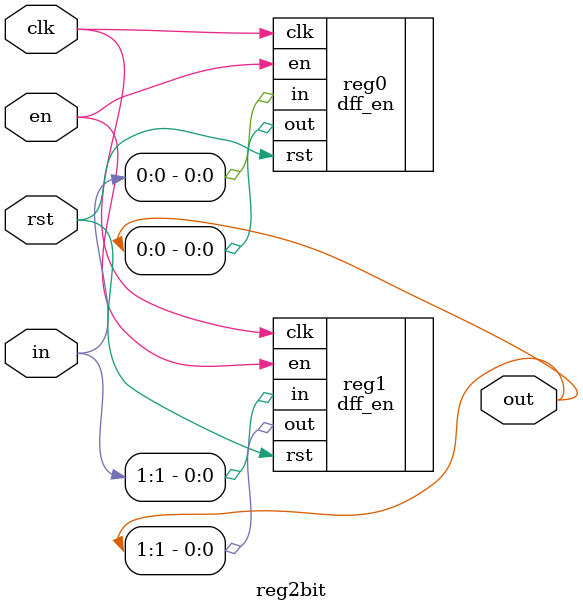
<source format=v>
module reg2bit(clk, rst, en, in, out);
input [1:0] in;
output [1:0] out;
input clk, rst, en;

dff_en reg0(.out(out[0]),.in(in[0]),.en(en),.clk(clk),.rst(rst));
dff_en reg1(.out(out[1]),.in(in[1]),.en(en),.clk(clk),.rst(rst));

endmodule

</source>
